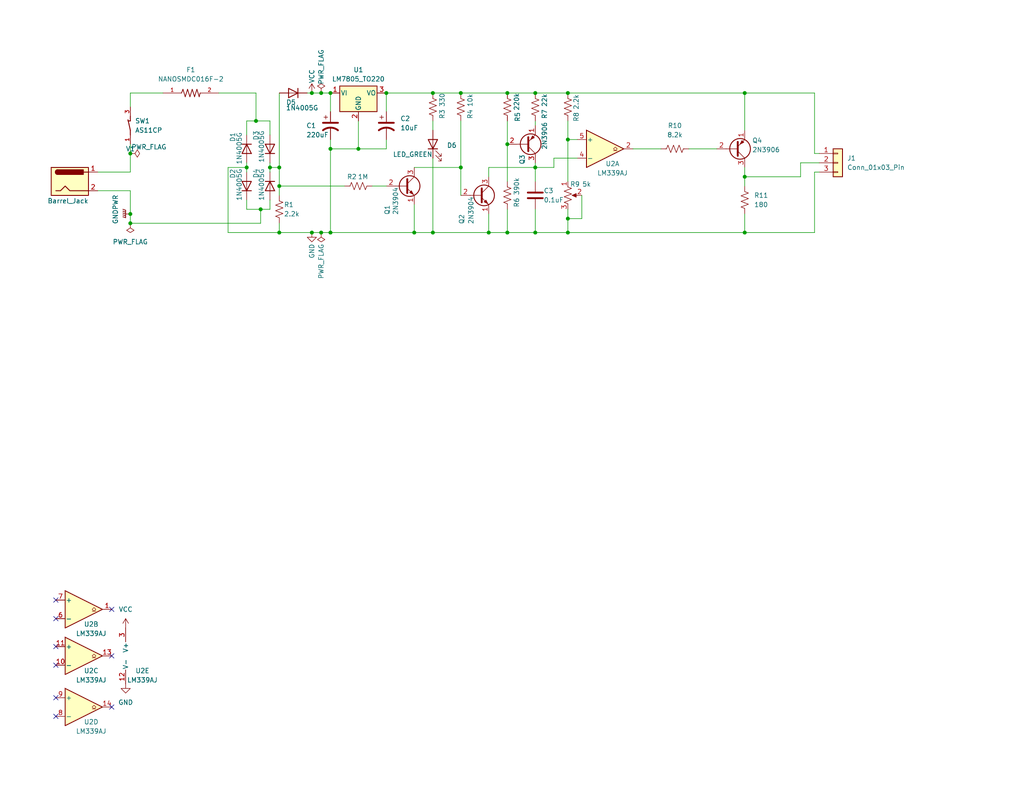
<source format=kicad_sch>
(kicad_sch (version 20250114) (generator "eeschema") (generator_version "9.0")
  (paper "USLetter")
  (title_block (title "CMPE2150 PWM Generator - rkroetch1") (date "2025-12-12") (rev "2.1") (company "NAIT CNT") (comment 1 "Robert Kroetch"))
  (lib_symbols
    (symbol "AS11CP:AS11CP" (pin_names (offset 1.016))
      (property "Reference" "SW" (at -2.54 2.54 0))
      (property "Value" "AS11CP" (at -2.54 -5.08 0))
      (symbol "AS11CP_0_0"
        (polyline (pts (xy -2.54 0) (xy -1.27 0)) (stroke (width 0.254)))
        (polyline (pts (xy -1.27 0) (xy 1.5875 0.635)) (stroke (width 0.254)))
        (polyline (pts (xy 1.27 0) (xy 1.27 0.635)) (stroke (width 0.254)))
        (polyline (pts (xy 1.27 0) (xy 2.54 0)) (stroke (width 0.254)))
        (pin passive line (at -5.08 0 0) (length 2.54) (name "~") (number "1"))
        (pin passive line (at 5.08 0 180) (length 2.54) (name "~") (number "3"))
      )
    )
    (symbol "Comparator:LM339" (pin_names (offset 0.127))
      (property "Reference" "U" (at 0 5.08 0))
      (property "Value" "LM339" (at 0 -5.08 0))
      (symbol "LM339_1_1"
        (polyline (pts (xy -5.08 5.08) (xy 5.08 0) (xy -5.08 -5.08) (xy -5.08 5.08)) (stroke (width 0.254)) (fill (type background)))
        (polyline (pts (xy 3.302 -0.508) (xy 2.794 -0.508) (xy 3.302 0) (xy 2.794 0.508) (xy 2.286 0) (xy 2.794 -0.508) (xy 2.286 -0.508)) (stroke (width 0.127)))
        (pin input line (at -7.62 2.54 0) (length 2.54) (name "+") (number "5"))
        (pin input line (at -7.62 -2.54 0) (length 2.54) (name "-") (number "4"))
        (pin open_collector line (at 7.62 0 180) (length 2.54) (name "~") (number "2"))
      )
      (symbol "LM339_2_1"
        (polyline (pts (xy -5.08 5.08) (xy 5.08 0) (xy -5.08 -5.08) (xy -5.08 5.08)) (stroke (width 0.254)) (fill (type background)))
        (polyline (pts (xy 3.302 -0.508) (xy 2.794 -0.508) (xy 3.302 0) (xy 2.794 0.508) (xy 2.286 0) (xy 2.794 -0.508) (xy 2.286 -0.508)) (stroke (width 0.127)))
        (pin input line (at -7.62 2.54 0) (length 2.54) (name "+") (number "7"))
        (pin input line (at -7.62 -2.54 0) (length 2.54) (name "-") (number "6"))
        (pin open_collector line (at 7.62 0 180) (length 2.54) (name "~") (number "1"))
      )
      (symbol "LM339_3_1"
        (polyline (pts (xy -5.08 5.08) (xy 5.08 0) (xy -5.08 -5.08) (xy -5.08 5.08)) (stroke (width 0.254)) (fill (type background)))
        (polyline (pts (xy 3.302 -0.508) (xy 2.794 -0.508) (xy 3.302 0) (xy 2.794 0.508) (xy 2.286 0) (xy 2.794 -0.508) (xy 2.286 -0.508)) (stroke (width 0.127)))
        (pin input line (at -7.62 2.54 0) (length 2.54) (name "+") (number "11"))
        (pin input line (at -7.62 -2.54 0) (length 2.54) (name "-") (number "10"))
        (pin open_collector line (at 7.62 0 180) (length 2.54) (name "~") (number "13"))
      )
      (symbol "LM339_4_1"
        (polyline (pts (xy -5.08 5.08) (xy 5.08 0) (xy -5.08 -5.08) (xy -5.08 5.08)) (stroke (width 0.254)) (fill (type background)))
        (polyline (pts (xy 3.302 -0.508) (xy 2.794 -0.508) (xy 3.302 0) (xy 2.794 0.508) (xy 2.286 0) (xy 2.794 -0.508) (xy 2.286 -0.508)) (stroke (width 0.127)))
        (pin input line (at -7.62 2.54 0) (length 2.54) (name "+") (number "9"))
        (pin input line (at -7.62 -2.54 0) (length 2.54) (name "-") (number "8"))
        (pin open_collector line (at 7.62 0 180) (length 2.54) (name "~") (number "14"))
      )
      (symbol "LM339_5_1"
        (pin power_in line (at -2.54 7.62 270) (length 3.81) (name "V+") (number "3"))
        (pin power_in line (at -2.54 -7.62 90) (length 3.81) (name "V-") (number "12"))
      )
    )
    (symbol "Connector:Barrel_Jack" (pin_names (offset 1.016))
      (property "Reference" "J" (at 0 5.334 0))
      (property "Value" "Barrel_Jack" (at 0 -5.08 0))
      (symbol "Barrel_Jack_0_1"
        (rectangle (start -5.08 3.81) (end 5.08 -3.81) (stroke (width 0.254)) (fill (type background)))
        (polyline (pts (xy -3.81 -2.54) (xy -2.54 -2.54) (xy -1.27 -1.27) (xy 0 -2.54) (xy 2.54 -2.54) (xy 5.08 -2.54)) (stroke (width 0.254)))
        (arc (start -3.302 1.905) (mid -3.9343 2.54) (end -3.302 3.175) (stroke (width 0.254)))
        (arc (start -3.302 1.905) (mid -3.9343 2.54) (end -3.302 3.175) (stroke (width 0.254)) (fill (type outline)))
        (rectangle (start 3.683 3.175) (end -3.302 1.905) (stroke (width 0.254)) (fill (type outline)))
        (polyline (pts (xy 5.08 2.54) (xy 3.81 2.54)) (stroke (width 0.254)))
      )
      (symbol "Barrel_Jack_1_1"
        (pin passive line (at 7.62 2.54 180) (length 2.54) (name "~") (number "1"))
        (pin passive line (at 7.62 -2.54 180) (length 2.54) (name "~") (number "2"))
      )
    )
    (symbol "Connector_Generic:Conn_01x03" (pin_names (offset 1.016) (hide yes))
      (property "Reference" "J" (at 0 5.08 0))
      (property "Value" "Conn_01x03" (at 0 -5.08 0))
      (symbol "Conn_01x03_1_1"
        (rectangle (start -1.27 3.81) (end 1.27 -3.81) (stroke (width 0.254)) (fill (type background)))
        (rectangle (start -1.27 2.667) (end 0 2.413) (stroke (width 0.1524)))
        (rectangle (start -1.27 0.127) (end 0 -0.127) (stroke (width 0.1524)))
        (rectangle (start -1.27 -2.413) (end 0 -2.667) (stroke (width 0.1524)))
        (pin passive line (at -5.08 2.54 0) (length 3.81) (name "Pin_1") (number "1"))
        (pin passive line (at -5.08 0 0) (length 3.81) (name "Pin_2") (number "2"))
        (pin passive line (at -5.08 -2.54 0) (length 3.81) (name "Pin_3") (number "3"))
      )
    )
    (symbol "Device:C" (pin_numbers (hide yes)) (pin_names (offset 0.254))
      (property "Reference" "C" (at 0.635 2.54 0))
      (property "Value" "C" (at 0.635 -2.54 0))
      (symbol "C_0_1"
        (polyline (pts (xy -2.032 0.762) (xy 2.032 0.762)) (stroke (width 0.508)))
        (polyline (pts (xy -2.032 -0.762) (xy 2.032 -0.762)) (stroke (width 0.508)))
      )
      (symbol "C_1_1"
        (pin passive line (at 0 3.81 270) (length 2.794) (name "~") (number "1"))
        (pin passive line (at 0 -3.81 90) (length 2.794) (name "~") (number "2"))
      )
    )
    (symbol "Device:C_Polarized_US" (pin_numbers (hide yes)) (pin_names (offset 0.254) (hide yes))
      (property "Reference" "C" (at 0.635 2.54 0))
      (property "Value" "C_Polarized_US" (at 0.635 -2.54 0))
      (symbol "C_Polarized_US_0_1"
        (polyline (pts (xy -2.032 0.762) (xy 2.032 0.762)) (stroke (width 0.508)))
        (polyline (pts (xy -1.778 2.286) (xy -0.762 2.286)))
        (polyline (pts (xy -1.27 1.778) (xy -1.27 2.794)))
        (arc (start -2.032 -1.27) (mid 0 -0.5572) (end 2.032 -1.27) (stroke (width 0.508)))
      )
      (symbol "C_Polarized_US_1_1"
        (pin passive line (at 0 3.81 270) (length 2.794) (name "~") (number "1"))
        (pin passive line (at 0 -3.81 90) (length 3.302) (name "~") (number "2"))
      )
    )
    (symbol "Device:LED" (pin_numbers (hide yes)) (pin_names (offset 1.016) (hide yes))
      (property "Reference" "D" (at 0 2.54 0))
      (property "Value" "LED" (at 0 -2.54 0))
      (symbol "LED_0_1"
        (polyline (pts (xy -3.048 -0.762) (xy -4.572 -2.286) (xy -3.81 -2.286) (xy -4.572 -2.286) (xy -4.572 -1.524)))
        (polyline (pts (xy -1.778 -0.762) (xy -3.302 -2.286) (xy -2.54 -2.286) (xy -3.302 -2.286) (xy -3.302 -1.524)))
        (polyline (pts (xy -1.27 0) (xy 1.27 0)))
        (polyline (pts (xy -1.27 -1.27) (xy -1.27 1.27)) (stroke (width 0.254)))
        (polyline (pts (xy 1.27 -1.27) (xy 1.27 1.27) (xy -1.27 0) (xy 1.27 -1.27)) (stroke (width 0.254)))
      )
      (symbol "LED_1_1"
        (pin passive line (at -3.81 0 0) (length 2.54) (name "K") (number "1"))
        (pin passive line (at 3.81 0 180) (length 2.54) (name "A") (number "2"))
      )
    )
    (symbol "Device:R_Potentiometer_US" (pin_names (offset 1.016) (hide yes))
      (property "Reference" "RV" (at -4.445 0 90))
      (property "Value" "R_Potentiometer_US" (at -2.54 0 90))
      (symbol "R_Potentiometer_US_0_1"
        (polyline (pts (xy 0 2.54) (xy 0 2.286)))
        (polyline (pts (xy 0 2.286) (xy 1.016 1.905) (xy 0 1.524) (xy -1.016 1.143) (xy 0 0.762)))
        (polyline (pts (xy 0 0.762) (xy 1.016 0.381) (xy 0 0) (xy -1.016 -0.381) (xy 0 -0.762)))
        (polyline (pts (xy 0 -0.762) (xy 1.016 -1.143) (xy 0 -1.524) (xy -1.016 -1.905) (xy 0 -2.286)))
        (polyline (pts (xy 0 -2.286) (xy 0 -2.54)))
        (polyline (pts (xy 1.143 0) (xy 2.286 0.508) (xy 2.286 -0.508) (xy 1.143 0)) (fill (type outline)))
        (polyline (pts (xy 2.54 0) (xy 1.524 0)))
      )
      (symbol "R_Potentiometer_US_1_1"
        (pin passive line (at 0 3.81 270) (length 1.27) (name "1") (number "1"))
        (pin passive line (at 0 -3.81 90) (length 1.27) (name "3") (number "3"))
        (pin passive line (at 3.81 0 180) (length 1.27) (name "2") (number "2"))
      )
    )
    (symbol "Device:R_US" (pin_numbers (hide yes)) (pin_names (offset 0))
      (property "Reference" "R" (at 2.54 0 90))
      (property "Value" "R_US" (at -2.54 0 90))
      (symbol "R_US_0_1"
        (polyline (pts (xy 0 2.286) (xy 0 2.54)))
        (polyline (pts (xy 0 2.286) (xy 1.016 1.905) (xy 0 1.524) (xy -1.016 1.143) (xy 0 0.762)))
        (polyline (pts (xy 0 0.762) (xy 1.016 0.381) (xy 0 0) (xy -1.016 -0.381) (xy 0 -0.762)))
        (polyline (pts (xy 0 -0.762) (xy 1.016 -1.143) (xy 0 -1.524) (xy -1.016 -1.905) (xy 0 -2.286)))
        (polyline (pts (xy 0 -2.286) (xy 0 -2.54)))
      )
      (symbol "R_US_1_1"
        (pin passive line (at 0 3.81 270) (length 1.27) (name "~") (number "1"))
        (pin passive line (at 0 -3.81 90) (length 1.27) (name "~") (number "2"))
      )
    )
    (symbol "Diode:1N4005" (pin_numbers (hide yes)) (pin_names (hide yes))
      (property "Reference" "D" (at 0 2.54 0))
      (property "Value" "1N4005" (at 0 -2.54 0))
      (symbol "1N4005_0_1"
        (polyline (pts (xy -1.27 1.27) (xy -1.27 -1.27)) (stroke (width 0.254)))
        (polyline (pts (xy 1.27 1.27) (xy 1.27 -1.27) (xy -1.27 0) (xy 1.27 1.27)) (stroke (width 0.254)))
        (polyline (pts (xy 1.27 0) (xy -1.27 0)))
      )
      (symbol "1N4005_1_1"
        (pin passive line (at -3.81 0 0) (length 2.54) (name "K") (number "1"))
        (pin passive line (at 3.81 0 180) (length 2.54) (name "A") (number "2"))
      )
    )
    (symbol "NANOSMDC016F-2:NANOSMDC016F-2" (pin_names (offset 1.016))
      (property "Reference" "R" (at -3.81 1.4986 0))
      (property "Value" "NANOSMDC016F-2" (at -3.81 -3.302 0))
      (symbol "NANOSMDC016F-2_0_0"
        (polyline (pts (xy -2.54 0) (xy -2.159 1.016)) (stroke (width 0.2032)))
        (polyline (pts (xy -2.159 1.016) (xy -1.524 -1.016)) (stroke (width 0.2032)))
        (polyline (pts (xy -1.524 -1.016) (xy -0.889 1.016)) (stroke (width 0.2032)))
        (polyline (pts (xy -0.889 1.016) (xy -0.254 -1.016)) (stroke (width 0.2032)))
        (polyline (pts (xy -0.254 -1.016) (xy 0.381 1.016)) (stroke (width 0.2032)))
        (polyline (pts (xy 0.381 1.016) (xy 1.016 -1.016)) (stroke (width 0.2032)))
        (polyline (pts (xy 1.016 -1.016) (xy 1.651 1.016)) (stroke (width 0.2032)))
        (polyline (pts (xy 1.651 1.016) (xy 2.286 -1.016)) (stroke (width 0.2032)))
        (polyline (pts (xy 2.286 -1.016) (xy 2.54 0)) (stroke (width 0.2032)))
        (pin passive line (at -7.62 0 0) (length 5.08) (name "~") (number "1"))
        (pin passive line (at 7.62 0 180) (length 5.08) (name "~") (number "2"))
      )
    )
    (symbol "Regulator_Linear:LM7805_TO220" (pin_names (offset 0.254))
      (property "Reference" "U" (at -3.81 3.175 0))
      (property "Value" "LM7805_TO220" (at 0 3.175 0))
      (symbol "LM7805_TO220_0_1"
        (rectangle (start -5.08 1.905) (end 5.08 -5.08) (stroke (width 0.254)) (fill (type background)))
      )
      (symbol "LM7805_TO220_1_1"
        (pin power_in line (at -7.62 0 0) (length 2.54) (name "VI") (number "1"))
        (pin power_in line (at 0 -7.62 90) (length 2.54) (name "GND") (number "2"))
        (pin power_out line (at 7.62 0 180) (length 2.54) (name "VO") (number "3"))
      )
    )
    (symbol "Transistor_BJT:2N3904" (pin_names (offset 0) (hide yes))
      (property "Reference" "Q" (at 5.08 1.905 0))
      (property "Value" "2N3904" (at 5.08 0 0))
      (symbol "2N3904_0_1"
        (polyline (pts (xy -2.54 0) (xy 0.635 0)))
        (polyline (pts (xy 0.635 1.905) (xy 0.635 -1.905)) (stroke (width 0.508)))
        (circle (center 1.27 0) (radius 2.8194) (stroke (width 0.254)))
      )
      (symbol "2N3904_1_1"
        (polyline (pts (xy 0.635 0.635) (xy 2.54 2.54)))
        (polyline (pts (xy 0.635 -0.635) (xy 2.54 -2.54)))
        (polyline (pts (xy 1.27 -1.778) (xy 1.778 -1.27) (xy 2.286 -2.286) (xy 1.27 -1.778)) (fill (type outline)))
        (pin input line (at -5.08 0 0) (length 2.54) (name "B") (number "2"))
        (pin passive line (at 2.54 5.08 270) (length 2.54) (name "C") (number "3"))
        (pin passive line (at 2.54 -5.08 90) (length 2.54) (name "E") (number "1"))
      )
    )
    (symbol "Transistor_BJT:2N3906" (pin_names (offset 0) (hide yes))
      (property "Reference" "Q" (at 5.08 1.905 0))
      (property "Value" "2N3906" (at 5.08 0 0))
      (symbol "2N3906_0_1"
        (polyline (pts (xy -2.54 0) (xy 0.635 0)))
        (polyline (pts (xy 0.635 1.905) (xy 0.635 -1.905)) (stroke (width 0.508)))
        (polyline (pts (xy 0.635 0.635) (xy 2.54 2.54)))
        (polyline (pts (xy 0.635 -0.635) (xy 2.54 -2.54)))
        (circle (center 1.27 0) (radius 2.8194) (stroke (width 0.254)))
        (polyline (pts (xy 2.286 -1.778) (xy 1.778 -2.286) (xy 1.27 -1.27) (xy 2.286 -1.778)) (fill (type outline)))
      )
      (symbol "2N3906_1_1"
        (pin input line (at -5.08 0 0) (length 2.54) (name "B") (number "2"))
        (pin passive line (at 2.54 5.08 270) (length 2.54) (name "C") (number "3"))
        (pin passive line (at 2.54 -5.08 90) (length 2.54) (name "E") (number "1"))
      )
    )
    (symbol "power:GND" (power) (pin_numbers (hide yes)) (pin_names (offset 0) (hide yes))
      (property "Value" "GND" (at 0 -3.81 0))
      (symbol "GND_0_1"
        (polyline (pts (xy 0 0) (xy 0 -1.27) (xy 1.27 -1.27) (xy 0 -2.54) (xy -1.27 -1.27) (xy 0 -1.27)))
      )
      (symbol "GND_1_1"
        (pin power_in line (at 0 0 270) (length 0) (name "~") (number "1"))
      )
    )
    (symbol "power:GNDPWR" (power) (pin_numbers (hide yes)) (pin_names (offset 0) (hide yes))
      (property "Value" "GNDPWR" (at 0 -3.302 0))
      (symbol "GNDPWR_0_1"
        (polyline (pts (xy -1.016 -1.27) (xy -1.27 -2.032) (xy -1.27 -2.032)) (stroke (width 0.2032)))
        (polyline (pts (xy -0.508 -1.27) (xy -0.762 -2.032) (xy -0.762 -2.032)) (stroke (width 0.2032)))
        (polyline (pts (xy 0 -1.27) (xy 0 0)))
        (polyline (pts (xy 0 -1.27) (xy -0.254 -2.032) (xy -0.254 -2.032)) (stroke (width 0.2032)))
        (polyline (pts (xy 0.508 -1.27) (xy 0.254 -2.032) (xy 0.254 -2.032)) (stroke (width 0.2032)))
        (polyline (pts (xy 1.016 -1.27) (xy -1.016 -1.27) (xy -1.016 -1.27)) (stroke (width 0.2032)))
        (polyline (pts (xy 1.016 -1.27) (xy 0.762 -2.032) (xy 0.762 -2.032) (xy 0.762 -2.032)) (stroke (width 0.2032)))
      )
      (symbol "GNDPWR_1_1"
        (pin power_in line (at 0 0 270) (length 0) (name "~") (number "1"))
      )
    )
    (symbol "power:PWR_FLAG" (power) (pin_numbers (hide yes)) (pin_names (offset 0) (hide yes))
      (property "Value" "PWR_FLAG" (at 0 3.81 0))
      (symbol "PWR_FLAG_0_0"
        (pin power_out line (at 0 0 90) (length 0) (name "~") (number "1"))
      )
      (symbol "PWR_FLAG_0_1"
        (polyline (pts (xy 0 0) (xy 0 1.27) (xy -1.016 1.905) (xy 0 2.54) (xy 1.016 1.905) (xy 0 1.27)))
      )
    )
    (symbol "power:VCC" (power) (pin_numbers (hide yes)) (pin_names (offset 0) (hide yes))
      (property "Value" "VCC" (at 0 3.556 0))
      (symbol "VCC_0_1"
        (polyline (pts (xy -0.762 1.27) (xy 0 2.54)))
        (polyline (pts (xy 0 2.54) (xy 0.762 1.27)))
        (polyline (pts (xy 0 0) (xy 0 2.54)))
      )
      (symbol "VCC_1_1"
        (pin power_in line (at 0 0 90) (length 0) (name "~") (number "1"))
      )
    )
  )
  (junction (at 146.05 25.4))
  (junction (at 203.2 25.4))
  (junction (at 133.35 63.5))
  (junction (at 118.11 25.4))
  (junction (at 138.43 25.4))
  (junction (at 85.09 63.5))
  (junction (at 69.85 33.02))
  (junction (at 87.63 63.5))
  (junction (at 203.2 63.5))
  (junction (at 97.79 40.64))
  (junction (at 85.09 25.4))
  (junction (at 67.31 45.72))
  (junction (at 76.2 63.5))
  (junction (at 90.17 63.5))
  (junction (at 154.94 25.4))
  (junction (at 73.66 45.72))
  (junction (at 35.56 58.42))
  (junction (at 154.94 38.1))
  (junction (at 76.2 45.72))
  (junction (at 146.05 45.72))
  (junction (at 154.94 59.69))
  (junction (at 90.17 40.64))
  (junction (at 113.03 63.5))
  (junction (at 35.56 41.91))
  (junction (at 146.05 63.5))
  (junction (at 125.73 45.72))
  (junction (at 87.63 25.4))
  (junction (at 138.43 63.5))
  (junction (at 105.41 25.4))
  (junction (at 90.17 25.4))
  (junction (at 203.2 48.26))
  (junction (at 138.43 39.37))
  (junction (at 125.73 25.4))
  (junction (at 71.12 57.15))
  (junction (at 154.94 63.5))
  (junction (at 35.56 60.96))
  (junction (at 76.2 50.8))
  (junction (at 118.11 63.5))
  (no_connect (at 30.48 179.07))
  (no_connect (at 15.24 163.83))
  (no_connect (at 30.48 193.04))
  (no_connect (at 15.24 195.58))
  (no_connect (at 15.24 190.5))
  (no_connect (at 15.24 168.91))
  (no_connect (at 15.24 181.61))
  (no_connect (at 15.24 176.53))
  (no_connect (at 30.48 166.37))
  (wire (pts (xy 118.11 33.02) (xy 118.11 35.56)))
  (wire (pts (xy 97.79 33.02) (xy 97.79 40.64)))
  (wire (pts (xy 154.94 33.02) (xy 154.94 38.1)))
  (wire (pts (xy 105.41 40.64) (xy 105.41 38.1)))
  (wire (pts (xy 180.34 40.64) (xy 172.72 40.64)))
  (wire (pts (xy 113.03 45.72) (xy 125.73 45.72)))
  (wire (pts (xy 90.17 25.4) (xy 90.17 30.48)))
  (wire (pts (xy 222.25 25.4) (xy 203.2 25.4)))
  (wire (pts (xy 73.66 45.72) (xy 73.66 46.99)))
  (wire (pts (xy 146.05 44.45) (xy 146.05 45.72)))
  (wire (pts (xy 101.6 50.8) (xy 105.41 50.8)))
  (wire (pts (xy 67.31 36.83) (xy 67.31 33.02)))
  (wire (pts (xy 90.17 40.64) (xy 97.79 40.64)))
  (wire (pts (xy 154.94 63.5) (xy 203.2 63.5)))
  (wire (pts (xy 223.52 44.45) (xy 218.44 44.45)))
  (wire (pts (xy 85.09 25.4) (xy 87.63 25.4)))
  (wire (pts (xy 73.66 33.02) (xy 69.85 33.02)))
  (wire (pts (xy 105.41 25.4) (xy 118.11 25.4)))
  (wire (pts (xy 118.11 25.4) (xy 125.73 25.4)))
  (wire (pts (xy 35.56 25.4) (xy 35.56 29.21)))
  (wire (pts (xy 76.2 60.96) (xy 76.2 63.5)))
  (wire (pts (xy 90.17 38.1) (xy 90.17 40.64)))
  (wire (pts (xy 90.17 63.5) (xy 113.03 63.5)))
  (wire (pts (xy 125.73 25.4) (xy 138.43 25.4)))
  (wire (pts (xy 73.66 36.83) (xy 73.66 33.02)))
  (wire (pts (xy 67.31 57.15) (xy 71.12 57.15)))
  (wire (pts (xy 71.12 57.15) (xy 71.12 60.96)))
  (wire (pts (xy 222.25 41.91) (xy 222.25 25.4)))
  (wire (pts (xy 154.94 25.4) (xy 203.2 25.4)))
  (wire (pts (xy 90.17 40.64) (xy 90.17 63.5)))
  (wire (pts (xy 105.41 25.4) (xy 105.41 30.48)))
  (wire (pts (xy 35.56 60.96) (xy 35.56 58.42)))
  (wire (pts (xy 203.2 48.26) (xy 218.44 48.26)))
  (wire (pts (xy 222.25 46.99) (xy 222.25 63.5)))
  (wire (pts (xy 76.2 63.5) (xy 62.23 63.5)))
  (wire (pts (xy 87.63 63.5) (xy 90.17 63.5)))
  (wire (pts (xy 67.31 54.61) (xy 67.31 57.15)))
  (wire (pts (xy 26.67 52.07) (xy 35.56 52.07)))
  (wire (pts (xy 157.48 43.18) (xy 151.13 43.18)))
  (wire (pts (xy 67.31 44.45) (xy 67.31 45.72)))
  (wire (pts (xy 154.94 63.5) (xy 146.05 63.5)))
  (wire (pts (xy 154.94 57.15) (xy 154.94 59.69)))
  (wire (pts (xy 118.11 63.5) (xy 118.11 43.18)))
  (wire (pts (xy 69.85 33.02) (xy 69.85 25.4)))
  (wire (pts (xy 73.66 57.15) (xy 71.12 57.15)))
  (wire (pts (xy 146.05 33.02) (xy 146.05 34.29)))
  (wire (pts (xy 203.2 45.72) (xy 203.2 48.26)))
  (wire (pts (xy 35.56 52.07) (xy 35.56 58.42)))
  (wire (pts (xy 138.43 25.4) (xy 146.05 25.4)))
  (wire (pts (xy 133.35 48.26) (xy 133.35 45.72)))
  (wire (pts (xy 187.96 40.64) (xy 195.58 40.64)))
  (wire (pts (xy 73.66 45.72) (xy 76.2 45.72)))
  (wire (pts (xy 62.23 45.72) (xy 67.31 45.72)))
  (wire (pts (xy 59.69 25.4) (xy 69.85 25.4)))
  (wire (pts (xy 203.2 58.42) (xy 203.2 63.5)))
  (wire (pts (xy 125.73 45.72) (xy 125.73 53.34)))
  (wire (pts (xy 125.73 33.02) (xy 125.73 45.72)))
  (wire (pts (xy 26.67 46.99) (xy 35.56 46.99)))
  (wire (pts (xy 223.52 46.99) (xy 222.25 46.99)))
  (wire (pts (xy 146.05 63.5) (xy 138.43 63.5)))
  (wire (pts (xy 154.94 38.1) (xy 154.94 49.53)))
  (wire (pts (xy 62.23 63.5) (xy 62.23 45.72)))
  (wire (pts (xy 154.94 38.1) (xy 157.48 38.1)))
  (wire (pts (xy 133.35 58.42) (xy 133.35 63.5)))
  (wire (pts (xy 203.2 48.26) (xy 203.2 50.8)))
  (wire (pts (xy 85.09 25.4) (xy 83.82 25.4)))
  (wire (pts (xy 73.66 54.61) (xy 73.66 57.15)))
  (wire (pts (xy 218.44 44.45) (xy 218.44 48.26)))
  (wire (pts (xy 76.2 50.8) (xy 76.2 53.34)))
  (wire (pts (xy 146.05 57.15) (xy 146.05 63.5)))
  (wire (pts (xy 138.43 57.15) (xy 138.43 63.5)))
  (wire (pts (xy 97.79 40.64) (xy 105.41 40.64)))
  (wire (pts (xy 35.56 60.96) (xy 71.12 60.96)))
  (wire (pts (xy 35.56 25.4) (xy 44.45 25.4)))
  (wire (pts (xy 146.05 45.72) (xy 146.05 49.53)))
  (wire (pts (xy 87.63 25.4) (xy 90.17 25.4)))
  (wire (pts (xy 138.43 33.02) (xy 138.43 39.37)))
  (wire (pts (xy 76.2 45.72) (xy 76.2 50.8)))
  (wire (pts (xy 73.66 44.45) (xy 73.66 45.72)))
  (wire (pts (xy 138.43 63.5) (xy 133.35 63.5)))
  (wire (pts (xy 146.05 25.4) (xy 154.94 25.4)))
  (wire (pts (xy 133.35 63.5) (xy 118.11 63.5)))
  (wire (pts (xy 113.03 55.88) (xy 113.03 63.5)))
  (wire (pts (xy 203.2 35.56) (xy 203.2 25.4)))
  (wire (pts (xy 203.2 63.5) (xy 222.25 63.5)))
  (wire (pts (xy 35.56 39.37) (xy 35.56 41.91)))
  (wire (pts (xy 223.52 41.91) (xy 222.25 41.91)))
  (wire (pts (xy 158.75 59.69) (xy 154.94 59.69)))
  (wire (pts (xy 113.03 63.5) (xy 118.11 63.5)))
  (wire (pts (xy 67.31 33.02) (xy 69.85 33.02)))
  (wire (pts (xy 35.56 46.99) (xy 35.56 41.91)))
  (wire (pts (xy 151.13 45.72) (xy 146.05 45.72)))
  (wire (pts (xy 76.2 25.4) (xy 76.2 45.72)))
  (wire (pts (xy 133.35 45.72) (xy 146.05 45.72)))
  (wire (pts (xy 151.13 43.18) (xy 151.13 45.72)))
  (wire (pts (xy 67.31 45.72) (xy 67.31 46.99)))
  (wire (pts (xy 76.2 50.8) (xy 93.98 50.8)))
  (wire (pts (xy 76.2 63.5) (xy 85.09 63.5)))
  (wire (pts (xy 154.94 59.69) (xy 154.94 63.5)))
  (wire (pts (xy 158.75 53.34) (xy 158.75 59.69)))
  (wire (pts (xy 87.63 63.5) (xy 85.09 63.5)))
  (wire (pts (xy 138.43 39.37) (xy 138.43 49.53)))
  (symbol (lib_id "Diode:1N4005") (at 67.31 40.64 270) (unit 1)
    (property "Reference" "D1" (at 63.5 36.068 0) (effects (justify left)))
    (property "Value" "1N4005G" (at 65.278 36.068 0) (effects (justify left)))
    (property "Footprint" "Diode_THT:D_DO-41_SOD81_P10.16mm_Horizontal" (effects (hide yes)))
    (property "Datasheet" "http://www.vishay.com/docs/88503/1n4001.pdf" (effects (hide yes)))
    (property "Description" "600V 1A General Purpose Rectifier Diode, DO-41" (effects (hide yes)))
    (property "Sim.Device" "D" (effects (hide yes)))
    (property "Sim.Pins" "1=K 2=A" (effects (hide yes)))
  )
  (symbol (lib_id "Connector:Barrel_Jack") (at 19.05 49.53 0) (unit 1)
    (property "Reference" "V1" (at 35.56 40.64 0))
    (property "Value" "Barrel_Jack" (at 18.542 54.864 0))
    (property "Footprint" "Connector_BarrelJack:BarrelJack_SwitchcraftConxall_RAPC10U_Horizontal" (effects (hide yes)))
    (property "Description" "DC Barrel Jack" (effects (hide yes)))
    (property "Sim.Pins" "1=+ 2=-" (effects (hide yes)))
    (property "Sim.Params" "dc=0 ampl=16.97 f=60 td=0 theta=0 phase=0 ac=1" (effects (hide yes)))
    (property "Sim.Type" "SIN" (effects (hide yes)))
    (property "Sim.Device" "V" (effects (hide yes)))
  )
  (symbol (lib_id "NANOSMDC016F-2:NANOSMDC016F-2") (at 52.07 25.4 0) (unit 1)
    (property "Reference" "F1" (at 52.07 19.05 0))
    (property "Value" "NANOSMDC016F-2" (at 52.07 21.59 0))
    (property "Footprint" "Library:RESC3115X65N" (effects (hide yes)))
    (property "Datasheet" "https://www.littelfuse.com/assetdocs/littelfuse-ptc-nanosmdc-datasheet?assetguid=2f577573-06ff-4a40-bed7-97598401ae57" (effects (hide yes)))
    (property "Description" "Resettable fuse, polymeric positive temperature coefficient" (effects (hide yes)))
  )
  (symbol (lib_id "Transistor_BJT:2N3904") (at 110.49 50.8 0) (unit 1)
    (property "Reference" "Q1" (at 105.664 58.674 90) (effects (justify left)))
    (property "Value" "2N3904" (at 107.95 58.674 90) (effects (justify left)))
    (property "Footprint" "Package_TO_SOT_THT:TO-92_Inline" (effects (hide yes)))
    (property "Datasheet" "https://www.onsemi.com/pub/Collateral/2N3903-D.PDF" (effects (hide yes)))
    (property "Description" "0.2A Ic, 40V Vce, Small Signal NPN Transistor, TO-92" (effects (hide yes)))
  )
  (symbol (lib_id "Transistor_BJT:2N3904") (at 130.81 53.34 0) (unit 1)
    (property "Reference" "Q2" (at 125.984 61.214 90) (effects (justify left)))
    (property "Value" "2N3904" (at 128.524 61.214 90) (effects (justify left)))
    (property "Footprint" "Package_TO_SOT_THT:TO-92_Inline" (effects (hide yes)))
    (property "Datasheet" "https://www.onsemi.com/pub/Collateral/2N3903-D.PDF" (effects (hide yes)))
    (property "Description" "0.2A Ic, 40V Vce, Small Signal NPN Transistor, TO-92" (effects (hide yes)))
  )
  (symbol (lib_id "power:VCC") (at 85.09 25.4 0) (unit 1)
    (property "Reference" "#PWR02" (effects (hide yes)))
    (property "Value" "VCC" (at 85.09 20.828 90))
    (property "Description" "Power symbol creates a global label with name \"VCC\"" (effects (hide yes)))
  )
  (symbol (lib_id "Device:R_US") (at 138.43 29.21 0) (unit 1)
    (property "Reference" "R5" (at 141.224 33.274 90) (effects (justify left)))
    (property "Value" "220k" (at 140.97 30.226 90) (effects (justify left)))
    (property "Footprint" "Resistor_SMD:R_0805_2012Metric" (effects (hide yes)))
    (property "Description" "Resistor, US symbol" (effects (hide yes)))
  )
  (symbol (lib_id "Device:C_Polarized_US") (at 90.17 34.29 0) (unit 1)
    (property "Reference" "C1" (at 83.566 34.29 0) (effects (justify left)))
    (property "Value" "220uF" (at 83.566 36.83 0) (effects (justify left)))
    (property "Footprint" "Capacitor_THT:CP_Radial_D8.0mm_P3.50mm" (effects (hide yes)))
    (property "Description" "Polarized capacitor, US symbol" (effects (hide yes)))
  )
  (symbol (lib_id "Device:R_US") (at 146.05 29.21 0) (unit 1)
    (property "Reference" "R7" (at 148.59 32.512 90) (effects (justify left)))
    (property "Value" "22k" (at 148.59 29.21 90) (effects (justify left)))
    (property "Footprint" "Resistor_SMD:R_0805_2012Metric" (effects (hide yes)))
    (property "Description" "Resistor, US symbol" (effects (hide yes)))
  )
  (symbol (lib_id "Diode:1N4005") (at 73.66 40.64 90) (unit 1)
    (property "Reference" "D3" (at 69.85 38.354 0) (effects (justify left)))
    (property "Value" "1N4005G" (at 71.374 44.45 0) (effects (justify left)))
    (property "Footprint" "Diode_THT:D_DO-41_SOD81_P10.16mm_Horizontal" (effects (hide yes)))
    (property "Datasheet" "http://www.vishay.com/docs/88503/1n4001.pdf" (effects (hide yes)))
    (property "Description" "600V 1A General Purpose Rectifier Diode, DO-41" (effects (hide yes)))
    (property "Sim.Device" "D" (effects (hide yes)))
    (property "Sim.Pins" "1=K 2=A" (effects (hide yes)))
  )
  (symbol (lib_id "Comparator:LM339") (at 36.83 179.07 0) (unit 5)
    (property "Reference" "U2" (at 38.862 183.134 0))
    (property "Value" "LM339AJ" (at 38.862 185.674 0))
    (property "Footprint" "Package_SO:SOIC-14_3.9x8.7mm_P1.27mm" (effects (hide yes)))
    (property "Datasheet" "https://www.st.com/resource/en/datasheet/lm139.pdf" (effects (hide yes)))
    (property "Description" "Quad Differential Comparators, SOIC-14/TSSOP-14" (effects (hide yes)))
  )
  (symbol (lib_id "power:PWR_FLAG") (at 35.56 41.91 270) (unit 1)
    (property "Reference" "#FLG03" (effects (hide yes)))
    (property "Value" "PWR_FLAG" (at 35.814 40.132 90) (effects (justify left)))
    (property "Description" "Special symbol for telling ERC where power comes from" (effects (hide yes)))
  )
  (symbol (lib_id "Comparator:LM339") (at 22.86 166.37 0) (unit 2)
    (property "Reference" "U2" (at 24.892 170.434 0))
    (property "Value" "LM339AJ" (at 24.892 172.974 0))
    (property "Footprint" "Package_SO:SOIC-14_3.9x8.7mm_P1.27mm" (effects (hide yes)))
    (property "Datasheet" "https://www.st.com/resource/en/datasheet/lm139.pdf" (effects (hide yes)))
    (property "Description" "Quad Differential Comparators, SOIC-14/TSSOP-14" (effects (hide yes)))
  )
  (symbol (lib_id "power:GND") (at 85.09 63.5 0) (unit 1)
    (property "Reference" "#PWR03" (effects (hide yes)))
    (property "Value" "GND" (at 85.09 68.58 90))
    (property "Description" "Power symbol creates a global label with name \"GND\" , ground" (effects (hide yes)))
  )
  (symbol (lib_id "Comparator:LM339") (at 165.1 40.64 0) (unit 1)
    (property "Reference" "U2" (at 167.132 44.704 0))
    (property "Value" "LM339AJ" (at 167.132 47.244 0))
    (property "Footprint" "Package_SO:SOIC-14_3.9x8.7mm_P1.27mm" (effects (hide yes)))
    (property "Datasheet" "https://www.st.com/resource/en/datasheet/lm139.pdf" (effects (hide yes)))
    (property "Description" "Quad Differential Comparators, SOIC-14/TSSOP-14" (effects (hide yes)))
  )
  (symbol (lib_id "Device:C_Polarized_US") (at 105.41 34.29 0) (unit 1)
    (property "Reference" "C2" (at 109.22 32.3849 0) (effects (justify left)))
    (property "Value" "10uF" (at 109.22 34.9249 0) (effects (justify left)))
    (property "Footprint" "Capacitor_THT:CP_Radial_D10.0mm_P5.00mm" (effects (hide yes)))
    (property "Description" "Polarized capacitor, US symbol" (effects (hide yes)))
  )
  (symbol (lib_id "power:GNDPWR") (at 35.56 58.42 270) (unit 1)
    (property "Reference" "#PWR01" (effects (hide yes)))
    (property "Value" "GNDPWR" (at 31.496 61.214 0) (effects (justify right)))
    (property "Description" "Power symbol creates a global label with name \"GNDPWR\" , global ground" (effects (hide yes)))
  )
  (symbol (lib_id "power:PWR_FLAG") (at 87.63 63.5 180) (unit 1)
    (property "Reference" "#FLG05" (effects (hide yes)))
    (property "Value" "PWR_FLAG" (at 87.63 71.374 90))
    (property "Description" "Special symbol for telling ERC where power comes from" (effects (hide yes)))
  )
  (symbol (lib_id "Device:R_US") (at 154.94 29.21 0) (unit 1)
    (property "Reference" "R8" (at 157.226 33.274 90) (effects (justify left)))
    (property "Value" "2.2k" (at 157.226 29.972 90) (effects (justify left)))
    (property "Footprint" "Resistor_SMD:R_0805_2012Metric" (effects (hide yes)))
    (property "Description" "Resistor, US symbol" (effects (hide yes)))
  )
  (symbol (lib_id "power:GND") (at 34.29 186.69 0) (unit 1)
    (property "Reference" "#PWR05" (effects (hide yes)))
    (property "Value" "GND" (at 34.29 191.77 0))
    (property "Description" "Power symbol creates a global label with name \"GND\" , ground" (effects (hide yes)))
  )
  (symbol (lib_id "Connector_Generic:Conn_01x03") (at 228.6 44.45 0) (unit 1)
    (property "Reference" "J1" (at 231.14 43.1799 0) (effects (justify left)))
    (property "Value" "Conn_01x03_Pin" (at 231.14 45.7199 0) (effects (justify left)))
    (property "Footprint" "Connector_PinHeader_2.54mm:PinHeader_1x03_P2.54mm_Vertical" (effects (hide yes)))
    (property "Description" "Generic connector, single row, 01x03, script generated (kicad-library-utils/schlib/autogen/connector/)" (effects (hide yes)))
  )
  (symbol (lib_id "Device:R_Potentiometer_US") (at 154.94 53.34 0) (unit 1)
    (property "Reference" "R9" (at 158.242 50.292 0) (effects (justify right)))
    (property "Value" "5k" (at 161.29 50.292 0) (effects (justify right)))
    (property "Footprint" "Potentiometer_THT:Potentiometer_Piher_PT-15-V15_Vertical_Hole" (effects (hide yes)))
    (property "Description" "Potentiometer, US symbol" (effects (hide yes)))
  )
  (symbol (lib_id "Transistor_BJT:2N3906") (at 200.66 40.64 0) (mirror x) (unit 1)
    (property "Reference" "Q4" (at 205.232 38.354 0) (effects (justify left)))
    (property "Value" "2N3906" (at 205.232 40.894 0) (effects (justify left)))
    (property "Footprint" "Package_TO_SOT_THT:TO-92_Inline" (effects (hide yes)))
    (property "Datasheet" "https://www.onsemi.com/pub/Collateral/2N3906-D.PDF" (effects (hide yes)))
    (property "Description" "-0.2A Ic, -40V Vce, Small Signal PNP Transistor, TO-92" (effects (hide yes)))
  )
  (symbol (lib_id "Comparator:LM339") (at 22.86 179.07 0) (unit 3)
    (property "Reference" "U2" (at 24.892 183.134 0))
    (property "Value" "LM339AJ" (at 24.892 185.674 0))
    (property "Footprint" "Package_SO:SOIC-14_3.9x8.7mm_P1.27mm" (effects (hide yes)))
    (property "Datasheet" "https://www.st.com/resource/en/datasheet/lm139.pdf" (effects (hide yes)))
    (property "Description" "Quad Differential Comparators, SOIC-14/TSSOP-14" (effects (hide yes)))
  )
  (symbol (lib_id "power:VCC") (at 34.29 171.45 0) (unit 1)
    (property "Reference" "#PWR04" (effects (hide yes)))
    (property "Value" "VCC" (at 34.29 166.37 0))
    (property "Description" "Power symbol creates a global label with name \"VCC\"" (effects (hide yes)))
  )
  (symbol (lib_id "Device:LED") (at 118.11 39.37 90) (unit 1)
    (property "Reference" "D6" (at 121.92 39.6874 90) (effects (justify right)))
    (property "Value" "LED_GREEN" (at 107.188 42.164 90) (effects (justify right)))
    (property "Footprint" "LED_THT:LED_D5.0mm" (effects (hide yes)))
    (property "Description" "Light emitting diode" (effects (hide yes)))
    (property "Sim.Pins" "1=K 2=A" (effects (hide yes)))
  )
  (symbol (lib_id "Device:R_US") (at 118.11 29.21 0) (unit 1)
    (property "Reference" "R3" (at 120.65 32.512 90) (effects (justify left)))
    (property "Value" "330" (at 120.65 29.21 90) (effects (justify left)))
    (property "Footprint" "Resistor_SMD:R_0805_2012Metric" (effects (hide yes)))
    (property "Description" "Resistor, US symbol" (effects (hide yes)))
  )
  (symbol (lib_id "Device:C") (at 146.05 53.34 0) (unit 1)
    (property "Reference" "C3" (at 148.336 52.07 0) (effects (justify left)))
    (property "Value" "0.1uF" (at 148.336 54.61 0) (effects (justify left)))
    (property "Footprint" "Capacitor_SMD:C_0805_2012Metric" (effects (hide yes)))
    (property "Description" "Unpolarized capacitor" (effects (hide yes)))
  )
  (symbol (lib_id "Diode:1N4005") (at 67.31 50.8 90) (unit 1)
    (property "Reference" "D2" (at 63.5 48.768 0) (effects (justify left)))
    (property "Value" "1N4005G" (at 65.278 54.864 0) (effects (justify left)))
    (property "Footprint" "Diode_THT:D_DO-41_SOD81_P10.16mm_Horizontal" (effects (hide yes)))
    (property "Datasheet" "http://www.vishay.com/docs/88503/1n4001.pdf" (effects (hide yes)))
    (property "Description" "600V 1A General Purpose Rectifier Diode, DO-41" (effects (hide yes)))
    (property "Sim.Device" "D" (effects (hide yes)))
    (property "Sim.Pins" "1=K 2=A" (effects (hide yes)))
  )
  (symbol (lib_id "Device:R_US") (at 138.43 53.34 0) (unit 1)
    (property "Reference" "R6" (at 140.97 56.642 90) (effects (justify left)))
    (property "Value" "390k" (at 140.97 53.34 90) (effects (justify left)))
    (property "Footprint" "Resistor_SMD:R_0805_2012Metric" (effects (hide yes)))
    (property "Description" "Resistor, US symbol" (effects (hide yes)))
  )
  (symbol (lib_id "Device:R_US") (at 203.2 54.61 0) (unit 1)
    (property "Reference" "R11" (at 205.74 53.3399 0) (effects (justify left)))
    (property "Value" "180" (at 205.74 55.8799 0) (effects (justify left)))
    (property "Footprint" "Resistor_SMD:R_0805_2012Metric" (effects (hide yes)))
    (property "Description" "Resistor, US symbol" (effects (hide yes)))
  )
  (symbol (lib_id "Device:R_US") (at 125.73 29.21 0) (unit 1)
    (property "Reference" "R4" (at 128.27 32.512 90) (effects (justify left)))
    (property "Value" "10k" (at 128.27 29.21 90) (effects (justify left)))
    (property "Footprint" "Resistor_SMD:R_0805_2012Metric" (effects (hide yes)))
    (property "Description" "Resistor, US symbol" (effects (hide yes)))
  )
  (symbol (lib_id "AS11CP:AS11CP") (at 35.56 34.29 90) (unit 1)
    (property "Reference" "SW1" (at 36.83 33.0199 90) (effects (justify right)))
    (property "Value" "AS11CP" (at 36.83 35.5599 90) (effects (justify right)))
    (property "Footprint" "Library:SW_AS11CP" (effects (hide yes)))
    (property "Datasheet" "https://www.nkkswitches.com/pdf/Aslides.pdf" (effects (hide yes)))
    (property "Description" "Single Pole Single Throw (SPST) switch" (effects (hide yes)))
    (property "PARTREV" "N/A" (effects (hide yes)))
    (property "MANUFACTURER" "NKK Switches" (effects (hide yes)))
    (property "STANDARD" "Manufacturer Recommendations" (effects (hide yes)))
  )
  (symbol (lib_id "Transistor_BJT:2N3906") (at 143.51 39.37 0) (mirror x) (unit 1)
    (property "Reference" "Q3" (at 142.494 42.164 90) (effects (justify left)))
    (property "Value" "2N3906" (at 148.59 33.274 90) (effects (justify left)))
    (property "Footprint" "Package_TO_SOT_THT:TO-92_Inline" (effects (hide yes)))
    (property "Datasheet" "https://www.onsemi.com/pub/Collateral/2N3906-D.PDF" (effects (hide yes)))
    (property "Description" "-0.2A Ic, -40V Vce, Small Signal PNP Transistor, TO-92" (effects (hide yes)))
  )
  (symbol (lib_id "Device:R_US") (at 76.2 57.15 0) (unit 1)
    (property "Reference" "R1" (at 77.47 55.88 0) (effects (justify left)))
    (property "Value" "2.2k" (at 77.47 58.42 0) (effects (justify left)))
    (property "Footprint" "Resistor_SMD:R_0805_2012Metric" (effects (hide yes)))
    (property "Description" "Resistor, US symbol" (effects (hide yes)))
  )
  (symbol (lib_id "Regulator_Linear:LM7805_TO220") (at 97.79 25.4 0) (unit 1)
    (property "Reference" "U1" (at 97.79 19.05 0))
    (property "Value" "LM7805_TO220" (at 97.79 21.59 0))
    (property "Footprint" "Package_TO_SOT_THT:TO-220-3_Vertical" (effects (hide yes)))
    (property "Datasheet" "https://www.onsemi.cn/PowerSolutions/document/MC7800-D.PDF" (effects (hide yes)))
    (property "Description" "Positive 1A 35V Linear Regulator, Fixed Output 5V, TO-220" (effects (hide yes)))
  )
  (symbol (lib_id "Device:R_US") (at 184.15 40.64 90) (unit 1)
    (property "Reference" "R10" (at 184.15 34.29 90))
    (property "Value" "8.2k" (at 184.15 36.83 90))
    (property "Footprint" "Resistor_SMD:R_0805_2012Metric" (effects (hide yes)))
    (property "Description" "Resistor, US symbol" (effects (hide yes)))
  )
  (symbol (lib_id "Diode:1N4005") (at 80.01 25.4 180) (unit 1)
    (property "Reference" "D5" (at 80.772 27.94 0) (effects (justify left)))
    (property "Value" "1N4005G" (at 86.868 29.464 0) (effects (justify left)))
    (property "Footprint" "Diode_THT:D_DO-41_SOD81_P10.16mm_Horizontal" (effects (hide yes)))
    (property "Datasheet" "http://www.vishay.com/docs/88503/1n4001.pdf" (effects (hide yes)))
    (property "Description" "600V 1A General Purpose Rectifier Diode, DO-41" (effects (hide yes)))
    (property "Sim.Device" "D" (effects (hide yes)))
    (property "Sim.Pins" "1=K 2=A" (effects (hide yes)))
  )
  (symbol (lib_id "Comparator:LM339") (at 22.86 193.04 0) (unit 4)
    (property "Reference" "U2" (at 24.892 197.104 0))
    (property "Value" "LM339AJ" (at 24.892 199.644 0))
    (property "Footprint" "Package_SO:SOIC-14_3.9x8.7mm_P1.27mm" (effects (hide yes)))
    (property "Datasheet" "https://www.st.com/resource/en/datasheet/lm139.pdf" (effects (hide yes)))
    (property "Description" "Quad Differential Comparators, SOIC-14/TSSOP-14" (effects (hide yes)))
  )
  (symbol (lib_id "Diode:1N4005") (at 73.66 50.8 270) (unit 1)
    (property "Reference" "D4" (at 69.85 45.974 0) (effects (justify left)))
    (property "Value" "1N4005G" (at 71.374 45.974 0) (effects (justify left)))
    (property "Footprint" "Diode_THT:D_DO-41_SOD81_P10.16mm_Horizontal" (effects (hide yes)))
    (property "Datasheet" "http://www.vishay.com/docs/88503/1n4001.pdf" (effects (hide yes)))
    (property "Description" "600V 1A General Purpose Rectifier Diode, DO-41" (effects (hide yes)))
    (property "Sim.Device" "D" (effects (hide yes)))
    (property "Sim.Pins" "1=K 2=A" (effects (hide yes)))
  )
  (symbol (lib_id "Device:R_US") (at 97.79 50.8 90) (unit 1)
    (property "Reference" "R2" (at 96.012 48.26 90))
    (property "Value" "1M" (at 99.06 48.26 90))
    (property "Footprint" "Resistor_SMD:R_0805_2012Metric" (effects (hide yes)))
    (property "Description" "Resistor, US symbol" (effects (hide yes)))
  )
  (symbol (lib_id "power:PWR_FLAG") (at 87.63 25.4 0) (unit 1)
    (property "Reference" "#FLG01" (effects (hide yes)))
    (property "Value" "PWR_FLAG" (at 87.63 18.288 90))
    (property "Description" "Special symbol for telling ERC where power comes from" (effects (hide yes)))
  )
  (symbol (lib_id "power:PWR_FLAG") (at 35.56 60.96 180) (unit 1)
    (property "Reference" "#FLG02" (effects (hide yes)))
    (property "Value" "PWR_FLAG" (at 35.56 66.04 0))
    (property "Description" "Special symbol for telling ERC where power comes from" (effects (hide yes)))
  )
)
</source>
